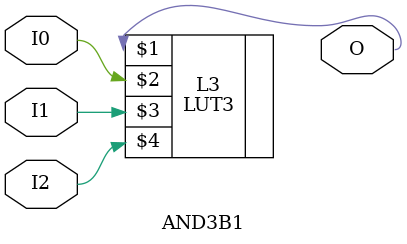
<source format=v>


`timescale  1 ps / 1 ps


module AND3B1 (O, I0, I1, I2);

    output O;

    input  I0, I1, I2;

    LUT3 #(.INIT(8'h40)) L3 (O, I0, I1, I2);

endmodule

</source>
